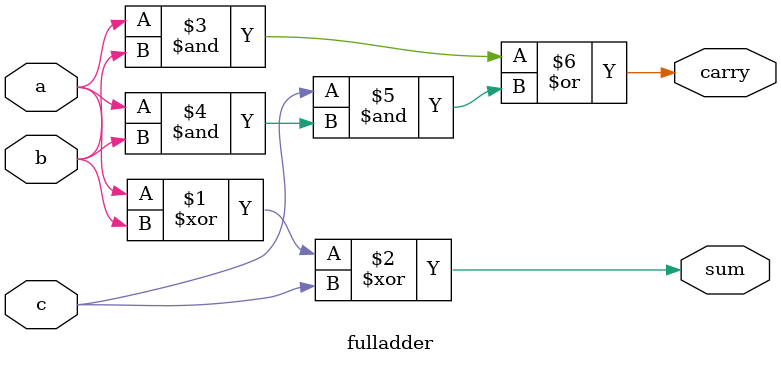
<source format=v>
`timescale 1ns / 1ps

module fulladder(
    input a,
    input b,
    input c,
    output sum,
    output carry
    );
	 
	 assign sum = a ^ b ^ c;
	 assign carry = a & b | c & ( a & b );


endmodule

</source>
